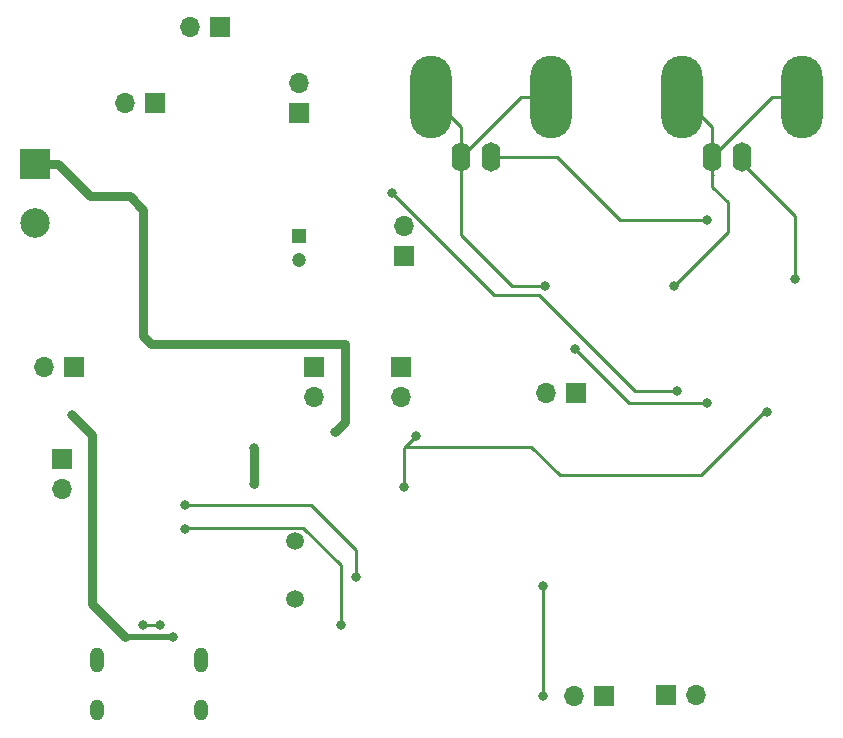
<source format=gbr>
G04 #@! TF.GenerationSoftware,KiCad,Pcbnew,(5.1.2)-1*
G04 #@! TF.CreationDate,2022-09-28T11:17:10-03:00*
G04 #@! TF.ProjectId,esp32,65737033-322e-46b6-9963-61645f706362,rev?*
G04 #@! TF.SameCoordinates,Original*
G04 #@! TF.FileFunction,Copper,L2,Bot*
G04 #@! TF.FilePolarity,Positive*
%FSLAX46Y46*%
G04 Gerber Fmt 4.6, Leading zero omitted, Abs format (unit mm)*
G04 Created by KiCad (PCBNEW (5.1.2)-1) date 2022-09-28 11:17:10*
%MOMM*%
%LPD*%
G04 APERTURE LIST*
%ADD10O,1.200000X1.803400*%
%ADD11O,1.200000X2.108200*%
%ADD12O,0.609600X1.500000*%
%ADD13O,0.609600X1.800000*%
%ADD14O,1.700000X1.700000*%
%ADD15R,1.700000X1.700000*%
%ADD16O,1.600000X2.500000*%
%ADD17O,3.500000X7.000000*%
%ADD18C,2.500000*%
%ADD19R,2.500000X2.500000*%
%ADD20C,1.500000*%
%ADD21C,1.200000*%
%ADD22R,1.200000X1.200000*%
%ADD23C,0.800000*%
%ADD24C,0.750000*%
%ADD25C,0.250000*%
%ADD26C,0.500000*%
G04 APERTURE END LIST*
D10*
X107544000Y-140526000D03*
D11*
X107544000Y-136346000D03*
D10*
X98704000Y-140526000D03*
D12*
X107444000Y-140526000D03*
D13*
X107444000Y-136346000D03*
D12*
X98804000Y-140526000D03*
D13*
X98804000Y-136346000D03*
D11*
X98704000Y-136346000D03*
D14*
X136779000Y-113665000D03*
D15*
X139319000Y-113665000D03*
D14*
X106629200Y-82753200D03*
D15*
X109169200Y-82753200D03*
D14*
X149479000Y-139255500D03*
D15*
X146939000Y-139255500D03*
D14*
X139128500Y-139319000D03*
D15*
X141668500Y-139319000D03*
D14*
X95758000Y-121793000D03*
D15*
X95758000Y-119253000D03*
D16*
X129540000Y-93726000D03*
X132080000Y-93726000D03*
D17*
X137160000Y-88646000D03*
X127000000Y-88646000D03*
D16*
X150846000Y-93726000D03*
X153386000Y-93726000D03*
D17*
X158466000Y-88646000D03*
X148306000Y-88646000D03*
D14*
X124714000Y-99568000D03*
D15*
X124714000Y-102108000D03*
D14*
X94234000Y-111506000D03*
D15*
X96774000Y-111506000D03*
D14*
X124460000Y-114046000D03*
D15*
X124460000Y-111506000D03*
D14*
X117094000Y-114046000D03*
D15*
X117094000Y-111506000D03*
D18*
X93480000Y-99345000D03*
D19*
X93480000Y-94345000D03*
D14*
X101092000Y-89154000D03*
D15*
X103632000Y-89154000D03*
D20*
X115480000Y-131135000D03*
X115480000Y-126235000D03*
D14*
X115880000Y-87495000D03*
D15*
X115880000Y-90035000D03*
D21*
X115880000Y-102455000D03*
D22*
X115880000Y-100455000D03*
D23*
X118930000Y-116975000D03*
X124714000Y-121666000D03*
X125730000Y-117348000D03*
X155448000Y-115316000D03*
X150380000Y-114566000D03*
X139192000Y-109982000D03*
X104099000Y-133350000D03*
X102649000Y-133354000D03*
X106172000Y-123190000D03*
X120650000Y-129286000D03*
X106172000Y-125222000D03*
X119380000Y-133350000D03*
X136525000Y-139319000D03*
X136525000Y-130048000D03*
X112014000Y-121412000D03*
X112014000Y-118364000D03*
X123698000Y-96774000D03*
X147840000Y-113550000D03*
X147574000Y-104648000D03*
X157861000Y-104013000D03*
X136652000Y-104648000D03*
X150368000Y-99060000D03*
X105156000Y-134366000D03*
X101092000Y-134366000D03*
X96647000Y-115570000D03*
D24*
X103335000Y-109535000D02*
X119760000Y-109535000D01*
X95480000Y-94345000D02*
X98185000Y-97050000D01*
X93480000Y-94345000D02*
X95480000Y-94345000D01*
X101500000Y-97050000D02*
X102675000Y-98225000D01*
X102675000Y-98225000D02*
X102675000Y-108875000D01*
X98185000Y-97050000D02*
X101500000Y-97050000D01*
X102675000Y-108875000D02*
X103335000Y-109535000D01*
X119760000Y-116145000D02*
X118930000Y-116975000D01*
X119760000Y-109535000D02*
X119760000Y-116145000D01*
D25*
X124714000Y-121666000D02*
X124714000Y-118364000D01*
X124714000Y-118364000D02*
X124841000Y-118237000D01*
X124841000Y-118237000D02*
X135509000Y-118237000D01*
X124841000Y-118237000D02*
X125730000Y-117348000D01*
X135509000Y-118237000D02*
X137922000Y-120650000D01*
X137922000Y-120650000D02*
X149860000Y-120650000D01*
X149860000Y-120650000D02*
X155194000Y-115316000D01*
X155194000Y-115316000D02*
X155448000Y-115316000D01*
X150380000Y-114566000D02*
X143776000Y-114566000D01*
X143776000Y-114566000D02*
X139192000Y-109982000D01*
X104099000Y-133350000D02*
X102653000Y-133350000D01*
X102653000Y-133350000D02*
X102649000Y-133354000D01*
X116840000Y-123190000D02*
X106172000Y-123190000D01*
X120650000Y-129286000D02*
X120650000Y-127000000D01*
X120650000Y-127000000D02*
X116840000Y-123190000D01*
X106284001Y-125109999D02*
X116020001Y-125109999D01*
X106172000Y-125222000D02*
X106284001Y-125109999D01*
X116020001Y-125109999D02*
X116219999Y-125109999D01*
X116219999Y-125109999D02*
X119380000Y-128270000D01*
X119380000Y-128270000D02*
X119380000Y-133350000D01*
X136525000Y-139319000D02*
X136525000Y-130048000D01*
D24*
X112014000Y-121412000D02*
X112014000Y-118364000D01*
D25*
X132334000Y-105410000D02*
X123698000Y-96774000D01*
X136144000Y-105410000D02*
X132334000Y-105410000D01*
X144284000Y-113550000D02*
X136144000Y-105410000D01*
X147840000Y-113550000D02*
X144284000Y-113550000D01*
X150846000Y-95226000D02*
X150876000Y-95256000D01*
X147574000Y-104648000D02*
X152146000Y-100076000D01*
X152146000Y-100076000D02*
X152146000Y-97536000D01*
X152146000Y-97536000D02*
X150846000Y-96236000D01*
X150846000Y-96236000D02*
X150846000Y-93726000D01*
X150846000Y-91186000D02*
X148306000Y-88646000D01*
X150846000Y-93726000D02*
X150846000Y-91186000D01*
X155926000Y-88646000D02*
X158466000Y-88646000D01*
X150846000Y-93726000D02*
X155926000Y-88646000D01*
X157861000Y-104013000D02*
X157861000Y-98679000D01*
X153386000Y-94204000D02*
X153386000Y-93726000D01*
X157861000Y-98679000D02*
X153386000Y-94204000D01*
X136652000Y-104648000D02*
X133858000Y-104648000D01*
X129540000Y-100330000D02*
X129540000Y-93726000D01*
X133858000Y-104648000D02*
X129540000Y-100330000D01*
X129540000Y-91186000D02*
X127000000Y-88646000D01*
X129540000Y-93726000D02*
X129540000Y-91186000D01*
X134620000Y-88646000D02*
X137160000Y-88646000D01*
X129540000Y-93726000D02*
X134620000Y-88646000D01*
X137668000Y-93726000D02*
X132080000Y-93726000D01*
X143002000Y-99060000D02*
X137668000Y-93726000D01*
X150368000Y-99060000D02*
X143002000Y-99060000D01*
D26*
X105156000Y-134366000D02*
X101092000Y-134366000D01*
D24*
X98298000Y-131572000D02*
X101092000Y-134366000D01*
X98298000Y-117221000D02*
X98298000Y-131572000D01*
X96647000Y-115570000D02*
X98298000Y-117221000D01*
M02*

</source>
